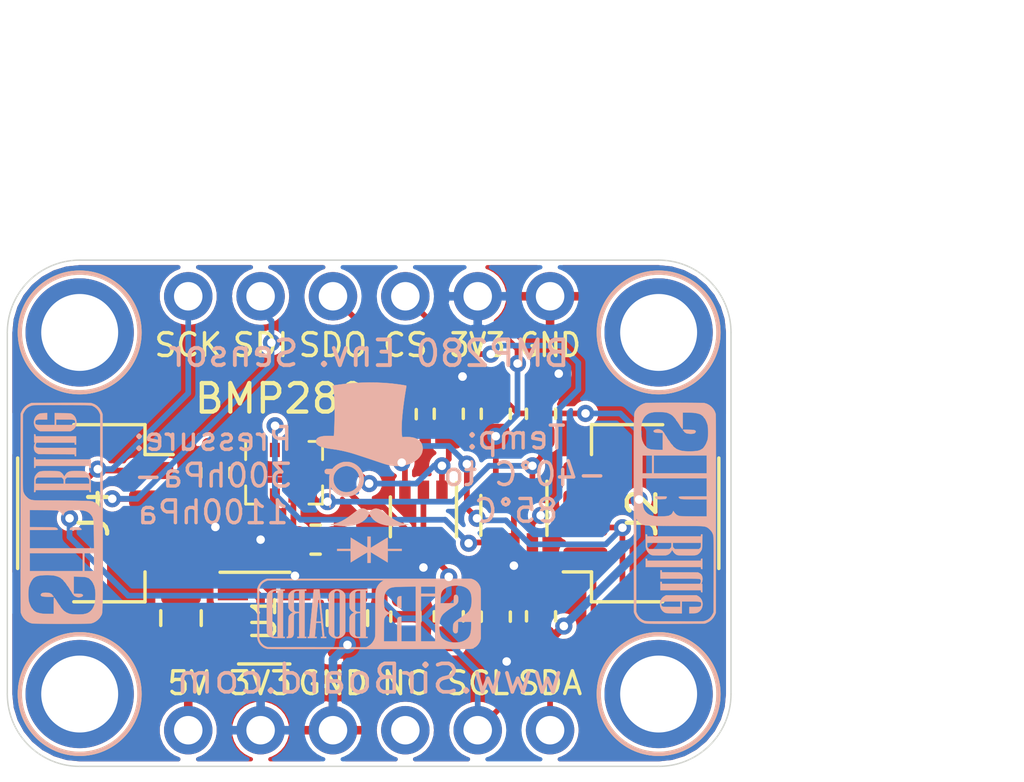
<source format=kicad_pcb>
(kicad_pcb (version 20171130) (host pcbnew "(5.1.2)-2")
  (title_block (title "BMP280 Breakout with 5V Level Shift") (date 2020-01-21) (rev 2) (company SirBoard) (comment 1 www.SirBoard.com) (comment 2 "Temperature and Pressure Sensor") (comment 3 "BMP280 - SirBlue"))
  (layers (0 F.Cu signal) (31 B.Cu signal) (34 B.Paste user hide) (35 F.Paste user hide) (36 B.SilkS user) (37 F.SilkS user) (38 B.Mask user hide) (39 F.Mask user hide) (44 Edge.Cuts user))
  (net 0 "")
  (net 1 GND)
  (net 2 5V)
  (net 3 3V3)
  (net 4 "Net-(U1-Pad4)")
  (net 5 SCL_5V)
  (net 6 SDA_3V3)
  (net 7 SDA_5V)
  (net 8 SCL_3V3)
  (net 9 CS_5V)
  (net 10 CS_3V3)
  (net 11 NC)
  (net 12 SDO_5V)
  (net 13 SDO_3V3)
  (module Package_LGA:Bosch_LGA-8_2x2.5mm_P0.65mm_ClockwisePinNumbering (layer F.Cu) (at 62.2935 34.544)
    (fp_text reference U2 hide)
    (fp_text value BMP280)
    (pad 8 smd rect (at -0.975 0.8 90) (size 0.5 0.35) (layers F.Cu F.Paste F.Mask) (net 3 3V3))
    (pad 2 smd rect (at -0.325 -0.8 90) (size 0.5 0.35) (layers F.Cu F.Paste F.Mask) (net 10 CS_3V3))
    (pad 3 smd rect (at 0.325 -0.8 90) (size 0.5 0.35) (layers F.Cu F.Paste F.Mask) (net 6 SDA_3V3))
    (pad 4 smd rect (at 0.975 -0.8 90) (size 0.5 0.35) (layers F.Cu F.Paste F.Mask) (net 8 SCL_3V3))
    (pad 7 smd rect (at -0.325 0.8 90) (size 0.5 0.35) (layers F.Cu F.Paste F.Mask) (net 1 GND))
    (pad 6 smd rect (at 0.325 0.8 90) (size 0.5 0.35) (layers F.Cu F.Paste F.Mask) (net 3 3V3))
    (pad 5 smd rect (at 0.975 0.8 90) (size 0.5 0.35) (layers F.Cu F.Paste F.Mask) (net 13 SDO_3V3))
    (pad 1 smd rect (at -0.975 -0.8 90) (size 0.5 0.35) (layers F.Cu F.Paste F.Mask) (net 1 GND))
  )
  (module Connector_PinHeader_2.54mm:PinHeader_1x06_P2.54mm_Vertical (layer B.Cu) (at 58.928 28.3464 270)
    (fp_text reference J3 hide)
    (fp_text value Conn_01x06)
    (pad 6 thru_hole oval (at 0 -12.7 270) (size 1.7 1.7) (drill 1) (layers *.Cu *.Mask) (net 1 GND))
    (pad 5 thru_hole oval (at 0 -10.16 270) (size 1.7 1.7) (drill 1) (layers *.Cu *.Mask) (net 3 3V3))
    (pad 4 thru_hole oval (at 0 -7.62 270) (size 1.7 1.7) (drill 1) (layers *.Cu *.Mask) (net 9 CS_5V))
    (pad 3 thru_hole oval (at 0 -5.08 270) (size 1.7 1.7) (drill 1) (layers *.Cu *.Mask) (net 12 SDO_5V))
    (pad 2 thru_hole oval (at 0 -2.54 270) (size 1.7 1.7) (drill 1) (layers *.Cu *.Mask) (net 7 SDA_5V))
    (pad 1 thru_hole circle (at 0 0 270) (size 1.7 1.7) (drill 1) (layers *.Cu *.Mask) (net 5 SCL_5V))
  )
  (module Capacitor_SMD:C_0603_1608Metric (layer F.Cu) (at 63.3985 36.8935)
    (fp_text reference C3 hide)
    (fp_text value 100nF)
    (pad 2 smd roundrect (at 0.7875 0) (size 0.875 0.95) (layers F.Cu F.Paste F.Mask) (net 1 GND))
    (pad 1 smd roundrect (at -0.7875 0) (size 0.875 0.95) (layers F.Cu F.Paste F.Mask) (net 3 3V3))
  )
  (module Capacitor_SMD:C_0603_1608Metric (layer F.Cu) (at 59.8805 34.544 90)
    (fp_text reference C2 hide)
    (fp_text value 100nF)
    (pad 2 smd roundrect (at 0.7875 0 90) (size 0.875 0.95) (layers F.Cu F.Paste F.Mask) (net 1 GND))
    (pad 1 smd roundrect (at -0.7875 0 90) (size 0.875 0.95) (layers F.Cu F.Paste F.Mask) (net 3 3V3))
  )
  (module logo:SirBoard79x25 (layer B.Cu) (at 65.278 39.497 180)
    (fp_text reference G*** hide)
    (fp_text value LOGO hide)
  )
  (module logo:logo63x89 (layer B.Cu) (at 65.278 34.544 180)
    (fp_text reference G*** hide)
    (fp_text value LOGO hide)
  )
  (module logo:SirBlue78x29 (layer B.Cu) (at 76.0095 35.9664 270)
    (fp_text reference G*** hide)
    (fp_text value LOGO hide)
  )
  (module logo:SirBlue78x29 (layer B.Cu) (at 54.483 35.9664 90)
    (fp_text reference G*** hide)
    (fp_text value LOGO hide)
  )
  (module Connector_PinHeader_2.54mm:PinHeader_1x06_P2.54mm_Vertical (layer B.Cu) (at 58.928 43.5864 270)
    (fp_text reference J1 hide)
    (fp_text value Conn_01x06)
    (pad 6 thru_hole oval (at 0 -12.7 270) (size 1.7 1.7) (drill 1) (layers *.Cu *.Mask) (net 7 SDA_5V))
    (pad 5 thru_hole oval (at 0 -10.16 270) (size 1.7 1.7) (drill 1) (layers *.Cu *.Mask) (net 5 SCL_5V))
    (pad 4 thru_hole oval (at 0 -7.62 270) (size 1.7 1.7) (drill 1) (layers *.Cu *.Mask) (net 11 NC))
    (pad 3 thru_hole oval (at 0 -5.08 270) (size 1.7 1.7) (drill 1) (layers *.Cu *.Mask) (net 1 GND))
    (pad 2 thru_hole oval (at 0 -2.54 270) (size 1.7 1.7) (drill 1) (layers *.Cu *.Mask) (net 3 3V3))
    (pad 1 thru_hole circle (at 0 0 270) (size 1.7 1.7) (drill 1) (layers *.Cu *.Mask) (net 2 5V))
  )
  (module Package_TO_SOT_SMD:SOT-23-5 (layer F.Cu) (at 61.595 39.6494)
    (fp_text reference U1 (at 0 0 90) (layer F.SilkS) (effects (font (size 0.8 0.8) (thickness 0.12))))
    (fp_text value AP2127K-3.3)
    (pad 5 smd rect (at 1.1 -0.95) (size 1.06 0.65) (layers F.Cu F.Paste F.Mask) (net 3 3V3))
    (pad 4 smd rect (at 1.1 0.95) (size 1.06 0.65) (layers F.Cu F.Paste F.Mask) (net 4 "Net-(U1-Pad4)"))
    (pad 3 smd rect (at -1.1 0.95) (size 1.06 0.65) (layers F.Cu F.Paste F.Mask) (net 2 5V))
    (pad 2 smd rect (at -1.1 0) (size 1.06 0.65) (layers F.Cu F.Paste F.Mask) (net 1 GND))
    (pad 1 smd rect (at -1.1 -0.95) (size 1.06 0.65) (layers F.Cu F.Paste F.Mask) (net 2 5V))
  )
  (module Connector_JST:JST_SH_SM04B-SRSS-TB_1x04-1MP_P1.00mm_Horizontal (layer F.Cu) (at 55.626 35.9664 270)
    (fp_text reference J4 (at 0 0 270) (layer F.SilkS))
    (fp_text value Conn_01x04)
    (pad MP smd roundrect (at 2.8 1.875 270) (size 1.2 1.8) (layers F.Cu F.Paste F.Mask) (roundrect_rratio 0.208333))
    (pad MP smd roundrect (at -2.8 1.875 270) (size 1.2 1.8) (layers F.Cu F.Paste F.Mask) (roundrect_rratio 0.208333))
    (pad 4 smd roundrect (at 1.5 -2 270) (size 0.6 1.55) (layers F.Cu F.Paste F.Mask) (net 1 GND))
    (pad 3 smd roundrect (at 0.5 -2 270) (size 0.6 1.55) (layers F.Cu F.Paste F.Mask) (net 2 5V))
    (pad 2 smd roundrect (at -0.5 -2 270) (size 0.6 1.55) (layers F.Cu F.Paste F.Mask) (net 7 SDA_5V))
    (pad 1 smd roundrect (at -1.5 -2 270) (size 0.6 1.55) (layers F.Cu F.Paste F.Mask) (net 5 SCL_5V))
  )
  (module Connector_JST:JST_SH_SM04B-SRSS-TB_1x04-1MP_P1.00mm_Horizontal (layer F.Cu) (at 74.8665 35.9664 90)
    (fp_text reference J2 (at 0 0 90) (layer F.SilkS))
    (fp_text value Conn_01x04)
    (pad MP smd roundrect (at 2.8 1.875 90) (size 1.2 1.8) (layers F.Cu F.Paste F.Mask) (roundrect_rratio 0.208333))
    (pad MP smd roundrect (at -2.8 1.875 90) (size 1.2 1.8) (layers F.Cu F.Paste F.Mask) (roundrect_rratio 0.208333))
    (pad 4 smd roundrect (at 1.5 -2 90) (size 0.6 1.55) (layers F.Cu F.Paste F.Mask) (net 1 GND))
    (pad 3 smd roundrect (at 0.5 -2 90) (size 0.6 1.55) (layers F.Cu F.Paste F.Mask) (net 2 5V))
    (pad 2 smd roundrect (at -0.5 -2 90) (size 0.6 1.55) (layers F.Cu F.Paste F.Mask) (net 7 SDA_5V))
    (pad 1 smd roundrect (at -1.5 -2 90) (size 0.6 1.55) (layers F.Cu F.Paste F.Mask) (net 5 SCL_5V))
  )
  (module Capacitor_SMD:C_0805_2012Metric (layer F.Cu) (at 64.516 39.6494 270)
    (fp_text reference C4 hide)
    (fp_text value 10uF)
    (pad 2 smd roundrect (at 0.9375 0 270) (size 0.975 1.4) (layers F.Cu F.Paste F.Mask) (net 1 GND))
    (pad 1 smd roundrect (at -0.9375 0 270) (size 0.975 1.4) (layers F.Cu F.Paste F.Mask) (net 3 3V3))
  )
  (module Capacitor_SMD:C_0805_2012Metric (layer F.Cu) (at 58.674 39.6494 90)
    (fp_text reference C1 hide)
    (fp_text value 10uF)
    (pad 2 smd roundrect (at 0.9375 0 90) (size 0.975 1.4) (layers F.Cu F.Paste F.Mask) (net 1 GND))
    (pad 1 smd roundrect (at -0.9375 0 90) (size 0.975 1.4) (layers F.Cu F.Paste F.Mask) (net 2 5V))
  )
  (module SirBoardLibrary:MountingHole_M2.5_SirBoard (layer F.Cu) (at 55.118 42.3164 270)
    (fp_text reference H1 hide)
    (fp_text value MountingHole)
    (pad 1 thru_hole circle (at 0 0 270) (size 3.8 3.8) (drill 2.7) (layers *.Cu *.Mask))
  )
  (module SirBoardLibrary:MountingHole_M2.5_SirBoard (layer F.Cu) (at 55.118 29.6164 270)
    (fp_text reference H2 hide)
    (fp_text value MountingHole)
    (pad 1 thru_hole circle (at 0 0 270) (size 3.8 3.8) (drill 2.7) (layers *.Cu *.Mask))
  )
  (module SirBoardLibrary:MountingHole_M2.5_SirBoard (layer F.Cu) (at 75.438 42.3164 90)
    (fp_text reference H3 hide)
    (fp_text value MountingHole)
    (pad 1 thru_hole circle (at 0 0 90) (size 3.8 3.8) (drill 2.7) (layers *.Cu *.Mask))
  )
  (module SirBoardLibrary:MountingHole_M2.5_SirBoard (layer F.Cu) (at 75.438 29.6164 90)
    (fp_text reference H4 hide)
    (fp_text value MountingHole)
    (pad 1 thru_hole circle (at 0 0 90) (size 3.8 3.8) (drill 2.7) (layers *.Cu *.Mask))
  )
  (module Resistor_SMD:R_0603_1608Metric (layer F.Cu) (at 66.421 32.4866 270)
    (fp_text reference R8 hide)
    (fp_text value 10K)
    (pad 2 smd roundrect (at 0.7875 0 270) (size 0.875 0.95) (layers F.Cu F.Paste F.Mask) (net 7 SDA_5V))
    (pad 1 smd roundrect (at -0.7875 0 270) (size 0.875 0.95) (layers F.Cu F.Paste F.Mask) (net 2 5V))
  )
  (module Resistor_SMD:R_0603_1608Metric (layer F.Cu) (at 66.548 39.5986 270)
    (fp_text reference R7 hide)
    (fp_text value 10K)
    (pad 2 smd roundrect (at 0.7875 0 270) (size 0.875 0.95) (layers F.Cu F.Paste F.Mask) (net 3 3V3))
    (pad 1 smd roundrect (at -0.7875 0 270) (size 0.875 0.95) (layers F.Cu F.Paste F.Mask) (net 6 SDA_3V3))
  )
  (module Resistor_SMD:R_0603_1608Metric (layer F.Cu) (at 68.072 39.5859 90)
    (fp_text reference R6 hide)
    (fp_text value 10K)
    (pad 2 smd roundrect (at 0.7875 0 90) (size 0.875 0.95) (layers F.Cu F.Paste F.Mask) (net 5 SCL_5V))
    (pad 1 smd roundrect (at -0.7875 0 90) (size 0.875 0.95) (layers F.Cu F.Paste F.Mask) (net 2 5V))
  )
  (module Resistor_SMD:R_0603_1608Metric (layer F.Cu) (at 68.072 32.4739 90)
    (fp_text reference R5 hide)
    (fp_text value 10K)
    (pad 2 smd roundrect (at 0.7875 0 90) (size 0.875 0.95) (layers F.Cu F.Paste F.Mask) (net 3 3V3))
    (pad 1 smd roundrect (at -0.7875 0 90) (size 0.875 0.95) (layers F.Cu F.Paste F.Mask) (net 8 SCL_3V3))
  )
  (module Resistor_SMD:R_0603_1608Metric (layer F.Cu) (at 69.723 32.4739 270)
    (fp_text reference R4 hide)
    (fp_text value 10K)
    (pad 2 smd roundrect (at 0.7875 0 270) (size 0.875 0.95) (layers F.Cu F.Paste F.Mask) (net 9 CS_5V))
    (pad 1 smd roundrect (at -0.7875 0 270) (size 0.875 0.95) (layers F.Cu F.Paste F.Mask) (net 2 5V))
  )
  (module Resistor_SMD:R_0603_1608Metric (layer F.Cu) (at 69.723 39.5986 270)
    (fp_text reference R3 hide)
    (fp_text value 10K)
    (pad 2 smd roundrect (at 0.7875 0 270) (size 0.875 0.95) (layers F.Cu F.Paste F.Mask) (net 3 3V3))
    (pad 1 smd roundrect (at -0.7875 0 270) (size 0.875 0.95) (layers F.Cu F.Paste F.Mask) (net 10 CS_3V3))
  )
  (module Resistor_SMD:R_0603_1608Metric (layer F.Cu) (at 71.3105 39.5859 90)
    (fp_text reference R2 hide)
    (fp_text value 10K)
    (pad 2 smd roundrect (at 0.7875 0 90) (size 0.875 0.95) (layers F.Cu F.Paste F.Mask) (net 12 SDO_5V))
    (pad 1 smd roundrect (at -0.7875 0 90) (size 0.875 0.95) (layers F.Cu F.Paste F.Mask) (net 2 5V))
  )
  (module Resistor_SMD:R_0603_1608Metric (layer F.Cu) (at 71.3105 32.4739 90)
    (fp_text reference R1 hide)
    (fp_text value 10K)
    (pad 2 smd roundrect (at 0.7875 0 90) (size 0.875 0.95) (layers F.Cu F.Paste F.Mask) (net 3 3V3))
    (pad 1 smd roundrect (at -0.7875 0 90) (size 0.875 0.95) (layers F.Cu F.Paste F.Mask) (net 13 SDO_3V3))
  )
  (module Package_TO_SOT_SMD:SOT-363_SC-70-6 (layer F.Cu) (at 67.183 36.0934 270)
    (fp_text reference Q2 hide)
    (fp_text value BSS138DW)
    (pad 6 smd rect (at 0.95 -0.65 270) (size 0.65 0.4) (layers F.Cu F.Paste F.Mask) (net 5 SCL_5V))
    (pad 4 smd rect (at 0.95 0.65 270) (size 0.65 0.4) (layers F.Cu F.Paste F.Mask) (net 6 SDA_3V3))
    (pad 2 smd rect (at -0.95 0 270) (size 0.65 0.4) (layers F.Cu F.Paste F.Mask) (net 3 3V3))
    (pad 5 smd rect (at 0.95 0 270) (size 0.65 0.4) (layers F.Cu F.Paste F.Mask) (net 3 3V3))
    (pad 3 smd rect (at -0.95 0.65 270) (size 0.65 0.4) (layers F.Cu F.Paste F.Mask) (net 7 SDA_5V))
    (pad 1 smd rect (at -0.95 -0.65 270) (size 0.65 0.4) (layers F.Cu F.Paste F.Mask) (net 8 SCL_3V3))
  )
  (module Package_TO_SOT_SMD:SOT-363_SC-70-6 (layer F.Cu) (at 70.358 36.0426 270)
    (fp_text reference Q1 hide)
    (fp_text value BSS138DW)
    (pad 6 smd rect (at 0.95 -0.65 270) (size 0.65 0.4) (layers F.Cu F.Paste F.Mask) (net 12 SDO_5V))
    (pad 4 smd rect (at 0.95 0.65 270) (size 0.65 0.4) (layers F.Cu F.Paste F.Mask) (net 10 CS_3V3))
    (pad 2 smd rect (at -0.95 0 270) (size 0.65 0.4) (layers F.Cu F.Paste F.Mask) (net 3 3V3))
    (pad 5 smd rect (at 0.95 0 270) (size 0.65 0.4) (layers F.Cu F.Paste F.Mask) (net 3 3V3))
    (pad 3 smd rect (at -0.95 0.65 270) (size 0.65 0.4) (layers F.Cu F.Paste F.Mask) (net 9 CS_5V))
    (pad 1 smd rect (at -0.95 -0.65 270) (size 0.65 0.4) (layers F.Cu F.Paste F.Mask) (net 13 SDO_3V3))
  )
  (gr_text 3V3 (at 69.088 30.0609) (layer F.SilkS) (effects (font (size 0.8 0.7) (thickness 0.12))))
  (gr_text "Pressure:\n300hPa-\n1100hPa" (at 59.7916 34.6456) (layer B.SilkS) (effects (font (size 0.8 0.8) (thickness 0.12)) (justify mirror)))
  (gr_text "Temp:\n-40°C to \n85°C" (at 70.4342 34.5948) (layer B.SilkS) (effects (font (size 0.8 0.8) (thickness 0.12)) (justify mirror)))
  (gr_text BMP280 (at 62.1665 31.9405) (layer F.SilkS) (effects (font (size 1 1))))
  (gr_text GND (at 71.628 30.0609) (layer F.SilkS) (effects (font (size 0.8 0.7) (thickness 0.12))))
  (gr_text SCK (at 58.928 30.0609) (layer F.SilkS) (effects (font (size 0.8 0.8) (thickness 0.12))))
  (gr_text SDI (at 61.468 30.0609) (layer F.SilkS) (effects (font (size 0.8 0.8) (thickness 0.12))))
  (gr_text SDO (at 64.008 30.0609) (layer F.SilkS) (effects (font (size 0.8 0.8) (thickness 0.12))))
  (gr_text CS (at 66.548 30.0609) (layer F.SilkS) (effects (font (size 0.8 0.8) (thickness 0.12))))
  (gr_text 5V (at 58.928 41.9354) (layer F.SilkS) (effects (font (size 0.8 0.8) (thickness 0.12))))
  (gr_text 3V3 (at 61.468 41.9354) (layer F.SilkS) (effects (font (size 0.8 0.8) (thickness 0.12))))
  (gr_text GND (at 64.008 41.9354) (layer F.SilkS) (effects (font (size 0.8 0.8) (thickness 0.12))))
  (gr_text NC (at 66.548 41.9354) (layer F.SilkS) (effects (font (size 0.8 0.8) (thickness 0.12))))
  (gr_text SCL (at 69.088 41.9354) (layer F.SilkS) (effects (font (size 0.8 0.8) (thickness 0.12))))
  (gr_text SDA (at 71.628 41.9354) (layer F.SilkS) (effects (font (size 0.8 0.8) (thickness 0.12))))
  (gr_arc (start 55.118 29.6164) (end 55.118 27.0764) (angle -90) (layer Edge.Cuts) (width 0.05))
  (gr_arc (start 75.438 29.6164) (end 77.978 29.6164) (angle -90) (layer Edge.Cuts) (width 0.05))
  (gr_arc (start 75.438 42.3164) (end 75.438 44.8564) (angle -90) (layer Edge.Cuts) (width 0.05))
  (gr_arc (start 55.118 42.3164) (end 52.578 42.3164) (angle -90) (layer Edge.Cuts) (width 0.05))
  (gr_line (start 52.578 42.3164) (end 52.578 29.6164) (layer Edge.Cuts) (width 0.05))
  (gr_line (start 55.118 27.0764) (end 75.438 27.0764) (layer Edge.Cuts) (width 0.05))
  (gr_line (start 77.978 29.6164) (end 77.978 42.3164) (layer Edge.Cuts) (width 0.05))
  (gr_line (start 75.438 44.8564) (end 55.118 44.8564) (layer Edge.Cuts) (width 0.05))
  (gr_text "BMP280 Env. Sensor" (at 65.278 30.353) (layer B.SilkS) (effects (font (size 0.9 0.9) (thickness 0.135)) (justify mirror)))
  (gr_text www.SirBoard.com (at 65.278 41.783) (layer B.SilkS) (effects (font (size 1 1) (thickness 0.13)) (justify mirror)))
  (via (at 64.516 40.5892) (size 0.6) (drill 0.3) (layers F.Cu B.Cu) (net 1))
  (segment (start 64.008 41.0972) (end 64.516 40.5892) (width 0.3) (layer B.Cu) (net 1))
  (segment (start 64.008 43.5864) (end 64.008 41.0972) (width 0.3) (layer B.Cu) (net 1))
  (segment (start 58.674 40.5869) (end 58.674 41.7449) (width 0.3) (layer F.Cu) (net 2))
  (segment (start 58.928 41.9989) (end 58.928 43.5864) (width 0.3) (layer F.Cu) (net 2))
  (segment (start 58.674 41.7449) (end 58.928 41.9989) (width 0.3) (layer F.Cu) (net 2))
  (segment (start 58.6865 40.5994) (end 58.674 40.5869) (width 0.3) (layer F.Cu) (net 2))
  (segment (start 60.495 40.5994) (end 58.6865 40.5994) (width 0.3) (layer F.Cu) (net 2))
  (segment (start 61.2165 40.5994) (end 60.495 40.5994) (width 0.3) (layer F.Cu) (net 2))
  (segment (start 61.468 40.3479) (end 61.2165 40.5994) (width 0.3) (layer F.Cu) (net 2))
  (segment (start 61.468 38.9509) (end 61.468 40.3479) (width 0.3) (layer F.Cu) (net 2))
  (segment (start 60.495 38.6994) (end 61.2165 38.6994) (width 0.3) (layer F.Cu) (net 2))
  (segment (start 61.2165 38.6994) (end 61.468 38.9509) (width 0.3) (layer F.Cu) (net 2))
  (segment (start 70.848888 39.911788) (end 71.3105 40.3734) (width 0.2) (layer F.Cu) (net 2))
  (segment (start 70.523 39.5859) (end 70.848888 39.911788) (width 0.2) (layer F.Cu) (net 2))
  (segment (start 68.072 40.3734) (end 68.8595 39.5859) (width 0.2) (layer F.Cu) (net 2))
  (segment (start 68.8595 39.5859) (end 70.523 39.5859) (width 0.2) (layer F.Cu) (net 2))
  (segment (start 69.261388 32.148012) (end 69.723 31.6864) (width 0.2) (layer F.Cu) (net 2))
  (segment (start 68.9355 32.4739) (end 69.261388 32.148012) (width 0.2) (layer F.Cu) (net 2))
  (segment (start 66.421 31.6991) (end 67.1958 32.4739) (width 0.2) (layer F.Cu) (net 2))
  (segment (start 67.1958 32.4739) (end 68.9355 32.4739) (width 0.2) (layer F.Cu) (net 2))
  (segment (start 68.072 40.3734) (end 66.637 41.8084) (width 0.3) (layer F.Cu) (net 2))
  (segment (start 66.637 41.8084) (end 60.96 41.8084) (width 0.3) (layer F.Cu) (net 2))
  (segment (start 60.495 41.3434) (end 60.495 40.5994) (width 0.3) (layer F.Cu) (net 2))
  (segment (start 60.96 41.8084) (end 60.495 41.3434) (width 0.3) (layer F.Cu) (net 2))
  (via (at 72.1106 39.9288) (size 0.6) (drill 0.3) (layers F.Cu B.Cu) (net 2))
  (segment (start 71.3105 40.3734) (end 71.666 40.3734) (width 0.3) (layer F.Cu) (net 2))
  (segment (start 71.666 40.3734) (end 72.1106 39.9288) (width 0.3) (layer F.Cu) (net 2))
  (segment (start 72.1106 39.9288) (end 75.1078 36.9316) (width 0.3) (layer B.Cu) (net 2))
  (via (at 74.7522 35.4838) (size 0.6) (drill 0.3) (layers F.Cu B.Cu) (net 2))
  (segment (start 75.1078 36.9316) (end 75.1078 35.8394) (width 0.3) (layer B.Cu) (net 2))
  (segment (start 75.1078 35.8394) (end 74.7522 35.4838) (width 0.3) (layer B.Cu) (net 2))
  (segment (start 72.8839 35.4838) (end 72.8665 35.4664) (width 0.3) (layer F.Cu) (net 2))
  (segment (start 74.7522 35.4838) (end 72.8839 35.4838) (width 0.3) (layer F.Cu) (net 2))
  (segment (start 70.4978 32.4612) (end 72.8726 32.4612) (width 0.2) (layer F.Cu) (net 2))
  (segment (start 69.723 31.6864) (end 70.4978 32.4612) (width 0.2) (layer F.Cu) (net 2))
  (via (at 72.8726 32.4612) (size 0.6) (drill 0.3) (layers F.Cu B.Cu) (net 2))
  (segment (start 74.7522 33.1216) (end 74.7522 35.4838) (width 0.2) (layer B.Cu) (net 2))
  (segment (start 72.8726 32.4612) (end 74.0918 32.4612) (width 0.2) (layer B.Cu) (net 2))
  (segment (start 74.0918 32.4612) (end 74.7522 33.1216) (width 0.2) (layer B.Cu) (net 2))
  (segment (start 57.5541 40.5869) (end 58.674 40.5869) (width 0.3) (layer F.Cu) (net 2))
  (segment (start 55.7784 38.8112) (end 57.5541 40.5869) (width 0.3) (layer F.Cu) (net 2))
  (segment (start 55.7784 37.0586) (end 55.7784 38.8112) (width 0.3) (layer F.Cu) (net 2))
  (segment (start 57.626 36.4664) (end 56.3706 36.4664) (width 0.3) (layer F.Cu) (net 2))
  (segment (start 56.3706 36.4664) (end 55.7784 37.0586) (width 0.3) (layer F.Cu) (net 2))
  (segment (start 64.5035 38.6994) (end 64.516 38.7119) (width 0.3) (layer F.Cu) (net 3))
  (segment (start 62.695 38.6994) (end 63.561 38.6994) (width 0.3) (layer F.Cu) (net 3))
  (segment (start 63.561 38.6994) (end 64.5035 38.6994) (width 0.3) (layer F.Cu) (net 3))
  (segment (start 66.1902 40.3861) (end 66.548 40.3861) (width 0.2) (layer F.Cu) (net 3))
  (segment (start 64.516 38.7119) (end 66.1902 40.3861) (width 0.2) (layer F.Cu) (net 3))
  (segment (start 67.183 37.0434) (end 67.183 35.1434) (width 0.2) (layer F.Cu) (net 3))
  (segment (start 70.358 35.0926) (end 70.358 36.9926) (width 0.2) (layer F.Cu) (net 3))
  (via (at 67.183 37.8714) (size 0.6) (drill 0.3) (layers F.Cu B.Cu) (net 3))
  (segment (start 67.183 37.0434) (end 67.183 37.8714) (width 0.2) (layer F.Cu) (net 3))
  (via (at 70.358 37.8079) (size 0.6) (drill 0.3) (layers F.Cu B.Cu) (net 3))
  (segment (start 70.358 36.9926) (end 70.358 37.8079) (width 0.2) (layer F.Cu) (net 3))
  (via (at 70.104 41.1734) (size 0.6) (drill 0.3) (layers F.Cu B.Cu) (net 3))
  (segment (start 69.723 40.3861) (end 69.723 40.7924) (width 0.2) (layer F.Cu) (net 3))
  (segment (start 69.723 40.7924) (end 70.104 41.1734) (width 0.2) (layer F.Cu) (net 3))
  (via (at 71.9328 31.0642) (size 0.6) (drill 0.3) (layers F.Cu B.Cu) (net 3))
  (segment (start 71.3105 31.6864) (end 71.3106 31.6864) (width 0.3) (layer F.Cu) (net 3))
  (segment (start 71.3106 31.6864) (end 71.9328 31.0642) (width 0.3) (layer F.Cu) (net 3))
  (via (at 68.5546 31.1658) (size 0.6) (drill 0.3) (layers F.Cu B.Cu) (net 3))
  (segment (start 68.072 31.6864) (end 68.072 31.6484) (width 0.3) (layer F.Cu) (net 3))
  (segment (start 68.072 31.6484) (end 68.5546 31.1658) (width 0.3) (layer F.Cu) (net 3))
  (via (at 68.5546 31.1658) (size 0.6) (drill 0.3) (layers F.Cu B.Cu) (net 3))
  (via (at 59.8805 36.449) (size 0.6) (drill 0.3) (layers F.Cu B.Cu) (net 3))
  (segment (start 59.8805 35.3315) (end 59.8805 36.449) (width 0.2) (layer F.Cu) (net 3))
  (via (at 61.468 36.8935) (size 0.6) (drill 0.3) (layers F.Cu B.Cu) (net 3))
  (segment (start 62.611 36.8935) (end 61.468 36.8935) (width 0.2) (layer F.Cu) (net 3))
  (via (at 62.6745 38.1635) (size 0.6) (drill 0.3) (layers F.Cu B.Cu) (net 3))
  (segment (start 62.695 38.1744) (end 62.6841 38.1635) (width 0.2) (layer F.Cu) (net 3))
  (segment (start 62.6841 38.1635) (end 62.6745 38.1635) (width 0.2) (layer F.Cu) (net 3))
  (segment (start 62.695 38.6994) (end 62.695 38.1744) (width 0.2) (layer F.Cu) (net 3))
  (segment (start 62.6185 36.886) (end 62.611 36.8935) (width 0.2) (layer F.Cu) (net 3))
  (segment (start 59.8805 35.3315) (end 61.3185 35.3315) (width 0.2) (layer F.Cu) (net 3))
  (segment (start 61.3185 34.9475) (end 61.468 34.798) (width 0.2) (layer F.Cu) (net 3))
  (segment (start 61.468 34.798) (end 62.484 34.798) (width 0.2) (layer F.Cu) (net 3))
  (segment (start 61.3185 35.3315) (end 61.3185 34.9475) (width 0.2) (layer F.Cu) (net 3))
  (segment (start 62.484 34.798) (end 62.6185 34.9325) (width 0.2) (layer F.Cu) (net 3))
  (segment (start 62.6185 34.9325) (end 62.6185 36.886) (width 0.2) (layer F.Cu) (net 3))
  (segment (start 67.833 37.0434) (end 67.833 37.8229) (width 0.2) (layer F.Cu) (net 5))
  (segment (start 68.072 38.0619) (end 68.072 38.7984) (width 0.2) (layer F.Cu) (net 5))
  (segment (start 67.833 37.8229) (end 68.072 38.0619) (width 0.2) (layer F.Cu) (net 5))
  (via (at 68.072 38.2016) (size 0.6) (drill 0.3) (layers F.Cu B.Cu) (net 5))
  (segment (start 68.072 38.0619) (end 68.071994 38.061906) (width 0.2) (layer F.Cu) (net 5))
  (segment (start 70.9676 41.7068) (end 69.088 43.5864) (width 0.2) (layer F.Cu) (net 5))
  (segment (start 71.628 41.7068) (end 70.9676 41.7068) (width 0.2) (layer F.Cu) (net 5))
  (segment (start 73.152 40.1828) (end 71.628 41.7068) (width 0.2) (layer F.Cu) (net 5))
  (segment (start 72.8665 37.4664) (end 73.152 37.7519) (width 0.2) (layer F.Cu) (net 5))
  (segment (start 73.152 37.7519) (end 73.152 40.1828) (width 0.2) (layer F.Cu) (net 5))
  (via (at 54.7624 36.1442) (size 0.6) (drill 0.3) (layers F.Cu B.Cu) (net 5))
  (segment (start 54.7624 35.3822) (end 54.7624 36.1442) (width 0.2) (layer F.Cu) (net 5))
  (segment (start 57.626 34.4664) (end 55.6782 34.4664) (width 0.2) (layer F.Cu) (net 5))
  (segment (start 55.6782 34.4664) (end 54.7624 35.3822) (width 0.2) (layer F.Cu) (net 5))
  (segment (start 68.072 38.7984) (end 68.072 38.2016) (width 0.2) (layer B.Cu) (net 5))
  (segment (start 66.361641 39.657959) (end 67.212441 39.657959) (width 0.2) (layer B.Cu) (net 5))
  (segment (start 67.212441 39.657959) (end 68.072 38.7984) (width 0.2) (layer B.Cu) (net 5))
  (segment (start 67.216959 39.657959) (end 66.361641 39.657959) (width 0.2) (layer B.Cu) (net 5))
  (segment (start 69.088 43.5864) (end 69.088 41.529) (width 0.2) (layer B.Cu) (net 5))
  (segment (start 69.088 41.529) (end 67.216959 39.657959) (width 0.2) (layer B.Cu) (net 5))
  (via (at 55.753 34.417) (size 0.6) (drill 0.3) (layers F.Cu B.Cu) (net 5))
  (segment (start 56.261 34.417) (end 55.753 34.417) (width 0.2) (layer B.Cu) (net 5))
  (segment (start 58.928 28.3464) (end 58.928 31.75) (width 0.2) (layer B.Cu) (net 5))
  (segment (start 58.928 31.75) (end 56.261 34.417) (width 0.2) (layer B.Cu) (net 5))
  (segment (start 65.565682 38.862) (end 66.361641 39.657959) (width 0.2) (layer B.Cu) (net 5))
  (segment (start 56.8198 38.862) (end 65.565682 38.862) (width 0.2) (layer B.Cu) (net 5))
  (segment (start 54.7624 36.1442) (end 54.7624 36.8046) (width 0.2) (layer B.Cu) (net 5))
  (segment (start 54.7624 36.8046) (end 56.8198 38.862) (width 0.2) (layer B.Cu) (net 5))
  (segment (start 66.533 38.7961) (end 66.548 38.8111) (width 0.2) (layer F.Cu) (net 6))
  (segment (start 66.533 37.0434) (end 66.533 38.7961) (width 0.2) (layer F.Cu) (net 6))
  (segment (start 66.533 36.4975) (end 66.533 37.0434) (width 0.2) (layer F.Cu) (net 6))
  (segment (start 62.6185 33.969) (end 63.1935 34.544) (width 0.2) (layer F.Cu) (net 6))
  (segment (start 62.6185 33.744) (end 62.6185 33.969) (width 0.2) (layer F.Cu) (net 6))
  (segment (start 63.1935 34.544) (end 63.881 34.544) (width 0.2) (layer F.Cu) (net 6))
  (segment (start 63.881 34.544) (end 65.0875 35.7505) (width 0.2) (layer F.Cu) (net 6))
  (segment (start 65.0875 35.7505) (end 65.786 35.7505) (width 0.2) (layer F.Cu) (net 6))
  (segment (start 65.786 35.7505) (end 66.533 36.4975) (width 0.2) (layer F.Cu) (net 6))
  (segment (start 66.421 33.2741) (end 66.421 34.1884) (width 0.2) (layer F.Cu) (net 7))
  (segment (start 66.533 34.3004) (end 66.533 35.1434) (width 0.2) (layer F.Cu) (net 7))
  (segment (start 66.421 34.1884) (end 66.533 34.3004) (width 0.2) (layer F.Cu) (net 7))
  (segment (start 66.421 34.1884) (end 66.421 34.1884) (width 0.2) (layer F.Cu) (net 7))
  (via (at 66.421 34.1884) (size 0.6) (drill 0.3) (layers F.Cu B.Cu) (net 7))
  (segment (start 66.421 34.1884) (end 67.0052 33.6042) (width 0.2) (layer B.Cu) (net 7))
  (via (at 68.707 34.2392) (size 0.6) (drill 0.3) (layers F.Cu B.Cu) (net 7))
  (segment (start 67.0052 33.6042) (end 68.072 33.6042) (width 0.2) (layer B.Cu) (net 7))
  (segment (start 68.072 33.6042) (end 68.707 34.2392) (width 0.2) (layer B.Cu) (net 7))
  (via (at 69.0626 36.1442) (size 0.6) (drill 0.3) (layers F.Cu B.Cu) (net 7))
  (via (at 74.168 36.4744) (size 0.6) (drill 0.3) (layers F.Cu B.Cu) (net 7))
  (segment (start 74.16 36.4664) (end 72.8665 36.4664) (width 0.2) (layer F.Cu) (net 7))
  (segment (start 74.168 36.4744) (end 74.16 36.4664) (width 0.2) (layer F.Cu) (net 7))
  (segment (start 73.5838 37.0586) (end 74.168 36.4744) (width 0.2) (layer B.Cu) (net 7))
  (segment (start 70.9168 37.0586) (end 73.5838 37.0586) (width 0.2) (layer B.Cu) (net 7))
  (segment (start 70.073799 36.215599) (end 70.9168 37.0586) (width 0.2) (layer B.Cu) (net 7))
  (segment (start 69.0626 36.1442) (end 69.133999 36.215599) (width 0.2) (layer B.Cu) (net 7))
  (segment (start 69.133999 36.215599) (end 70.073799 36.215599) (width 0.2) (layer B.Cu) (net 7))
  (segment (start 68.707 35.7886) (end 69.0626 36.1442) (width 0.2) (layer F.Cu) (net 7))
  (segment (start 68.707 34.2392) (end 68.707 35.7886) (width 0.2) (layer F.Cu) (net 7))
  (segment (start 74.168 39.637844) (end 74.168 36.4744) (width 0.2) (layer F.Cu) (net 7))
  (segment (start 71.628 43.5864) (end 71.628 42.177844) (width 0.2) (layer F.Cu) (net 7))
  (segment (start 71.628 42.177844) (end 74.168 39.637844) (width 0.2) (layer F.Cu) (net 7))
  (segment (start 57.626 35.4664) (end 56.269 35.4664) (width 0.2) (layer F.Cu) (net 7))
  (segment (start 56.269 35.4664) (end 56.261 35.4584) (width 0.2) (layer F.Cu) (net 7))
  (via (at 56.261 35.4584) (size 0.6) (drill 0.3) (layers F.Cu B.Cu) (net 7))
  (via (at 61.849 29.972) (size 0.6) (drill 0.3) (layers F.Cu B.Cu) (net 7))
  (segment (start 61.849 30.098996) (end 61.848996 30.099) (width 0.2) (layer B.Cu) (net 7))
  (segment (start 61.849 29.21) (end 61.849 30.098996) (width 0.2) (layer B.Cu) (net 7))
  (segment (start 61.468 28.3464) (end 61.468 28.829) (width 0.2) (layer B.Cu) (net 7))
  (segment (start 61.468 28.829) (end 61.849 29.21) (width 0.2) (layer B.Cu) (net 7))
  (segment (start 57.133532 35.4584) (end 56.261 35.4584) (width 0.2) (layer B.Cu) (net 7))
  (segment (start 61.849 30.742932) (end 57.133532 35.4584) (width 0.2) (layer B.Cu) (net 7))
  (segment (start 61.848996 30.099) (end 61.849 30.099004) (width 0.2) (layer B.Cu) (net 7))
  (segment (start 61.849 30.099004) (end 61.849 30.742932) (width 0.2) (layer B.Cu) (net 7))
  (segment (start 63.1189 29.972) (end 61.849 29.972) (width 0.2) (layer F.Cu) (net 7))
  (segment (start 66.421 33.2741) (end 63.1189 29.972) (width 0.2) (layer F.Cu) (net 7))
  (segment (start 68.072 33.2614) (end 68.072 34.0614) (width 0.2) (layer F.Cu) (net 8))
  (segment (start 67.833 34.3004) (end 67.833 35.1434) (width 0.2) (layer F.Cu) (net 8))
  (segment (start 68.072 34.0614) (end 67.833 34.3004) (width 0.2) (layer F.Cu) (net 8))
  (segment (start 66.929 34.925) (end 67.564 34.29) (width 0.2) (layer B.Cu) (net 8))
  (segment (start 67.5744 34.3004) (end 67.833 34.3004) (width 0.2) (layer B.Cu) (net 8))
  (segment (start 65.278 34.925) (end 66.929 34.925) (width 0.2) (layer B.Cu) (net 8))
  (segment (start 67.564 34.29) (end 67.5744 34.3004) (width 0.2) (layer B.Cu) (net 8))
  (via (at 67.833 34.3004) (size 0.6) (drill 0.3) (layers F.Cu B.Cu) (net 8))
  (via (at 65.278 34.925) (size 0.6) (drill 0.3) (layers F.Cu B.Cu) (net 8))
  (segment (start 64.097 33.744) (end 65.278 34.925) (width 0.2) (layer F.Cu) (net 8))
  (segment (start 63.2685 33.744) (end 64.097 33.744) (width 0.2) (layer F.Cu) (net 8))
  (segment (start 69.723 35.0776) (end 69.708 35.0926) (width 0.2) (layer F.Cu) (net 9))
  (segment (start 69.723 33.2614) (end 69.723 35.0776) (width 0.2) (layer F.Cu) (net 9))
  (via (at 70.485 30.7086) (size 0.6) (drill 0.3) (layers F.Cu B.Cu) (net 9))
  (via (at 69.723 33.2614) (size 0.6) (drill 0.3) (layers F.Cu B.Cu) (net 9))
  (segment (start 70.485 30.7086) (end 70.485 32.4994) (width 0.2) (layer B.Cu) (net 9))
  (segment (start 70.485 32.4994) (end 69.723 33.2614) (width 0.2) (layer B.Cu) (net 9))
  (segment (start 70.485 30.2006) (end 70.485 30.7086) (width 0.2) (layer F.Cu) (net 9))
  (segment (start 69.8246 29.5402) (end 70.485 30.2006) (width 0.2) (layer F.Cu) (net 9))
  (segment (start 66.548 28.3464) (end 67.7418 29.5402) (width 0.2) (layer F.Cu) (net 9))
  (segment (start 67.7418 29.5402) (end 69.8246 29.5402) (width 0.2) (layer F.Cu) (net 9))
  (segment (start 69.708 38.7961) (end 69.723 38.8111) (width 0.2) (layer F.Cu) (net 10))
  (segment (start 69.708 36.9926) (end 69.708 38.7961) (width 0.2) (layer F.Cu) (net 10))
  (via (at 68.7705 37.0205) (size 0.6) (drill 0.3) (layers F.Cu B.Cu) (net 10))
  (segment (start 69.708 36.9926) (end 68.7984 36.9926) (width 0.2) (layer F.Cu) (net 10))
  (segment (start 68.7984 36.9926) (end 68.7705 37.0205) (width 0.2) (layer F.Cu) (net 10))
  (via (at 61.976 32.893) (size 0.6) (drill 0.3) (layers F.Cu B.Cu) (net 10))
  (segment (start 61.9685 32.9005) (end 61.976 32.893) (width 0.2) (layer B.Cu) (net 10))
  (segment (start 61.9685 35.2985) (end 61.9685 32.9005) (width 0.2) (layer B.Cu) (net 10))
  (segment (start 62.865 36.195) (end 61.9685 35.2985) (width 0.2) (layer B.Cu) (net 10))
  (segment (start 68.7705 37.0205) (end 67.945 36.195) (width 0.2) (layer B.Cu) (net 10))
  (segment (start 67.945 36.195) (end 62.865 36.195) (width 0.2) (layer B.Cu) (net 10))
  (segment (start 61.9685 32.9005) (end 61.976 32.893) (width 0.2) (layer F.Cu) (net 10))
  (segment (start 61.9685 33.744) (end 61.9685 32.9005) (width 0.2) (layer F.Cu) (net 10))
  (segment (start 71.008 36.9926) (end 71.008 37.8864) (width 0.2) (layer F.Cu) (net 12))
  (segment (start 71.3105 38.1889) (end 71.3105 38.7984) (width 0.2) (layer F.Cu) (net 12))
  (segment (start 71.008 37.8864) (end 71.3105 38.1889) (width 0.2) (layer F.Cu) (net 12))
  (via (at 71.2978 36.0426) (size 0.6) (drill 0.3) (layers F.Cu B.Cu) (net 12))
  (segment (start 71.008 36.9926) (end 71.008 36.3324) (width 0.2) (layer F.Cu) (net 12))
  (segment (start 71.008 36.3324) (end 71.2978 36.0426) (width 0.2) (layer F.Cu) (net 12))
  (segment (start 64.008 28.3464) (end 66.040002 30.378402) (width 0.2) (layer F.Cu) (net 12))
  (segment (start 66.040002 30.378402) (end 69.545202 30.378402) (width 0.2) (layer F.Cu) (net 12))
  (via (at 69.545202 30.378402) (size 0.6) (drill 0.3) (layers F.Cu B.Cu) (net 12))
  (segment (start 69.845201 30.078403) (end 72.013803 30.078403) (width 0.2) (layer B.Cu) (net 12))
  (segment (start 69.545202 30.378402) (end 69.845201 30.078403) (width 0.2) (layer B.Cu) (net 12))
  (segment (start 72.013803 30.078403) (end 72.6186 30.6832) (width 0.2) (layer B.Cu) (net 12))
  (segment (start 72.6186 30.6832) (end 72.6186 31.623) (width 0.2) (layer B.Cu) (net 12))
  (segment (start 72.6186 31.623) (end 71.9582 32.2834) (width 0.2) (layer B.Cu) (net 12))
  (segment (start 71.9582 35.3822) (end 71.2978 36.0426) (width 0.2) (layer B.Cu) (net 12))
  (segment (start 71.9582 32.2834) (end 71.9582 35.3822) (width 0.2) (layer B.Cu) (net 12))
  (segment (start 71.3105 33.2614) (end 71.3105 33.9979) (width 0.2) (layer F.Cu) (net 13))
  (segment (start 71.008 34.3004) (end 71.008 35.0926) (width 0.2) (layer F.Cu) (net 13))
  (segment (start 71.3105 33.9979) (end 71.008 34.3004) (width 0.2) (layer F.Cu) (net 13))
  (via (at 71.008 34.3004) (size 0.6) (drill 0.3) (layers F.Cu B.Cu) (net 13))
  (segment (start 69.484 34.3004) (end 71.008 34.3004) (width 0.2) (layer B.Cu) (net 13))
  (via (at 63.8175 35.56) (size 0.6) (drill 0.3) (layers F.Cu B.Cu) (net 13))
  (segment (start 68.2244 35.56) (end 69.484 34.3004) (width 0.2) (layer B.Cu) (net 13))
  (segment (start 63.8175 35.56) (end 68.2244 35.56) (width 0.2) (layer B.Cu) (net 13))
  (segment (start 63.4845 35.56) (end 63.8175 35.56) (width 0.2) (layer F.Cu) (net 13))
  (segment (start 63.2685 35.344) (end 63.4845 35.56) (width 0.2) (layer F.Cu) (net 13))
  (zone (net 3) (net_name 3V3) (layer B.Cu) (connect_pads (clearance 0.15)) (min_thickness 0.15) (fill yes (arc_segments 32) (thermal_gap 0.2) (thermal_bridge_width 0.3))
    (polygon (pts (xy 52.578 27.0764) (xy 77.978 27.0764) (xy 77.978 44.8564) (xy 52.578 44.8564)))
  )
  (zone (net 1) (net_name GND) (layer F.Cu) (connect_pads (clearance 0.15)) (min_thickness 0.15) (fill yes (arc_segments 32) (thermal_gap 0.2) (thermal_bridge_width 0.3))
    (polygon (pts (xy 52.578 27.0764) (xy 77.978 27.0764) (xy 77.978 44.8564) (xy 52.578 44.8564)))
  )
)
</source>
